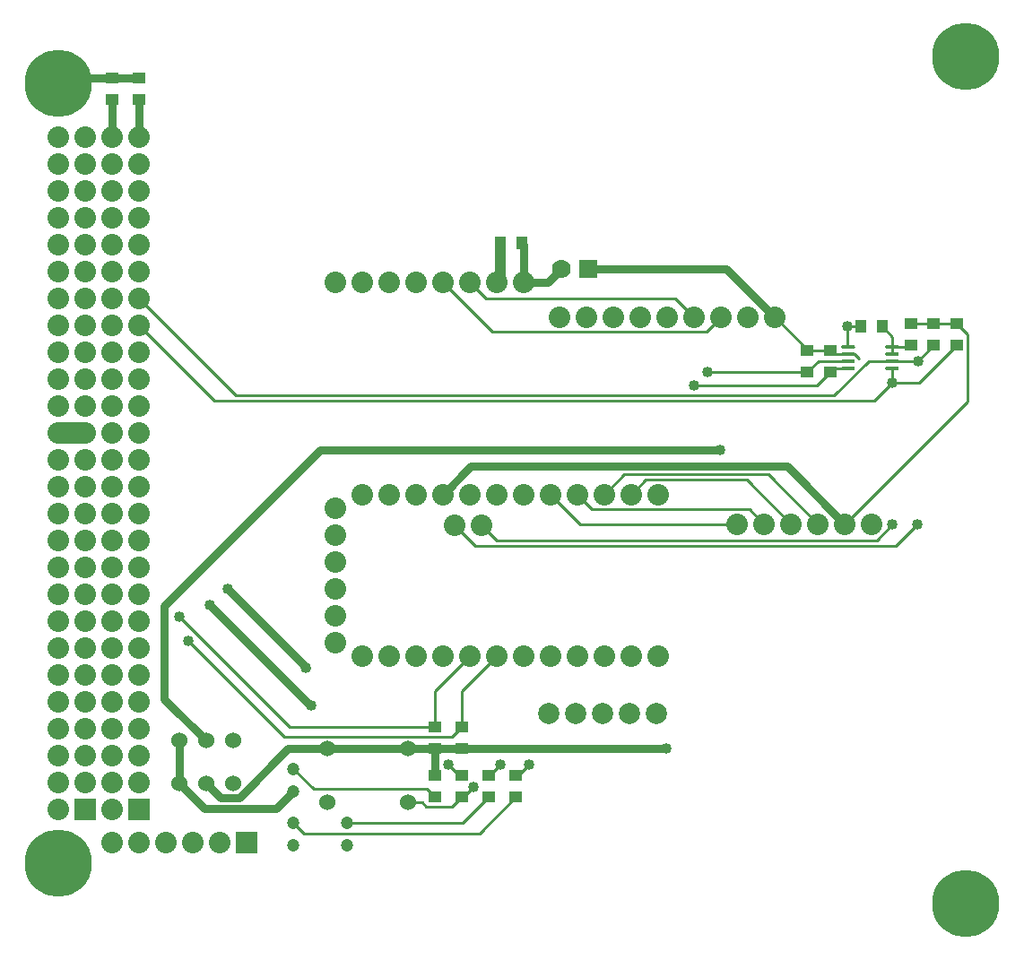
<source format=gtl>
G04 Layer_Physical_Order=1*
G04 Layer_Color=255*
%FSLAX25Y25*%
%MOIN*%
G70*
G01*
G75*
%ADD10R,0.04000X0.05000*%
%ADD11R,0.05000X0.04000*%
%ADD12O,0.05118X0.01575*%
%ADD13C,0.03000*%
%ADD14C,0.01000*%
%ADD15C,0.04000*%
%ADD16C,0.08000*%
%ADD17R,0.07000X0.07000*%
%ADD18C,0.07000*%
%ADD19C,0.08000*%
%ADD20C,0.07874*%
%ADD21C,0.04724*%
%ADD22C,0.06000*%
%ADD23R,0.08000X0.08000*%
%ADD24R,0.08000X0.08000*%
%ADD25C,0.04000*%
%ADD26C,0.25000*%
D10*
X-59000Y234500D02*
D03*
X-51000D02*
D03*
X-193000Y265500D02*
D03*
X-185000D02*
D03*
D11*
X-79000Y225500D02*
D03*
Y217500D02*
D03*
X-70500Y225500D02*
D03*
Y217500D02*
D03*
X-40500Y227500D02*
D03*
Y235500D02*
D03*
X-207500Y59500D02*
D03*
Y67500D02*
D03*
X-197500Y59500D02*
D03*
Y67500D02*
D03*
X-187500Y59500D02*
D03*
Y67500D02*
D03*
X-217500Y59500D02*
D03*
Y67500D02*
D03*
X-207500Y77500D02*
D03*
Y85500D02*
D03*
X-32000Y235500D02*
D03*
Y227500D02*
D03*
X-217500Y77500D02*
D03*
Y85500D02*
D03*
X-337500Y327000D02*
D03*
Y319000D02*
D03*
X-327500Y327000D02*
D03*
Y319000D02*
D03*
X-23500Y235500D02*
D03*
Y227500D02*
D03*
D12*
X-47232Y219161D02*
D03*
Y221721D02*
D03*
Y224279D02*
D03*
Y226839D02*
D03*
X-63768Y219161D02*
D03*
Y221721D02*
D03*
Y224279D02*
D03*
Y226839D02*
D03*
D13*
X-160500Y256000D02*
X-109000D01*
X-175500Y251000D02*
X-170500Y256000D01*
X-184500Y251000D02*
X-175500D01*
X-184500D02*
Y265000D01*
X-260000Y188500D02*
X-111500D01*
X-318000Y130500D02*
X-260000Y188500D01*
X-204000Y182500D02*
X-86500D01*
X-214500Y172000D02*
X-204000Y182500D01*
X-86500D02*
X-65000Y161000D01*
X-276532Y55200D02*
X-270000Y61732D01*
X-303000Y55200D02*
X-276532D01*
X-312500Y64700D02*
X-303000Y55200D01*
X-217500Y67500D02*
Y77500D01*
X-207500D01*
X-227500D02*
X-217500D01*
X-257500D02*
X-227500D01*
X-271922D02*
X-257500D01*
X-290222Y59200D02*
X-271922Y77500D01*
X-297000Y59200D02*
X-290222D01*
X-302500Y64700D02*
X-297000Y59200D01*
X-327500Y305000D02*
Y319000D01*
X-337500Y305000D02*
Y319000D01*
Y327000D02*
X-327500D01*
X-355500D02*
X-337500D01*
X-312500Y64700D02*
Y80500D01*
X-294500Y137000D02*
X-265000Y107500D01*
X-301000Y131000D02*
X-264000Y94000D01*
X-318000Y96000D02*
X-302500Y80500D01*
X-318000Y96000D02*
Y130500D01*
X-109000Y256000D02*
X-91000Y238000D01*
X-207500Y77500D02*
X-131500D01*
D14*
X-147000Y179500D02*
X-93500D01*
X-154500Y172000D02*
X-147000Y179500D01*
X-139000Y177500D02*
X-101500D01*
X-144500Y172000D02*
X-139000Y177500D01*
X-327500Y235000D02*
X-299500Y207000D01*
X-54000D01*
X-47500Y213500D01*
X-327500Y245000D02*
X-291500Y209000D01*
X-68923D01*
X-56202Y221721D01*
X-47232D01*
X-19500Y206500D02*
Y231500D01*
X-121000Y212500D02*
X-75500D01*
X-116000Y217500D02*
X-79000D01*
X-49339Y219161D02*
X-47232D01*
X-65000Y161000D02*
X-19500Y206500D01*
X-75500Y212500D02*
X-70500Y217500D01*
X-47232Y224279D02*
Y226839D01*
X-64000Y227071D02*
Y234500D01*
X-59000D01*
X-214500Y251000D02*
Y253500D01*
X-79000Y217500D02*
X-74779Y221721D01*
X-63768D01*
X-70500Y217500D02*
X-68839Y219161D01*
X-63768D01*
Y226839D02*
X-61661D01*
X-41161D02*
X-40500Y227500D01*
X-47232Y226839D02*
X-41161D01*
X-51000Y234500D02*
X-47232Y230732D01*
Y226839D02*
Y230732D01*
X-63768Y224279D02*
X-61279D01*
X-59709Y222709D01*
X-327500Y245000D02*
X-327000Y245500D01*
X-271500Y85500D02*
X-217500D01*
X-273500Y82000D02*
X-211000D01*
X-207500Y85500D01*
X-93500Y179500D02*
X-75000Y161000D01*
X-101500Y177500D02*
X-85000Y161000D01*
X-100500Y166500D02*
X-95000Y161000D01*
X-159000Y166500D02*
X-100500D01*
X-164500Y172000D02*
X-159000Y166500D01*
X-174500Y172000D02*
X-163500Y161000D01*
X-105000D01*
X-217500Y99000D02*
X-204500Y112000D01*
X-207500Y99000D02*
X-194500Y112000D01*
X-187500Y67500D02*
X-186500D01*
X-182500Y71500D01*
X-197500Y67500D02*
X-197000D01*
X-193000Y71500D01*
X-207500Y85500D02*
Y99000D01*
X-217500Y85500D02*
Y99000D01*
X-327500Y42500D02*
X-326500D01*
X-220500Y62500D02*
X-217500Y59500D01*
X-262500Y62500D02*
X-220500D01*
X-270000Y70000D02*
X-262500Y62500D01*
X-208500Y67500D02*
X-207500D01*
X-212500Y71500D02*
X-208500Y67500D01*
X-227500Y57500D02*
X-222121D01*
X-220621Y56000D01*
X-211000D01*
X-207500Y59500D01*
X-270000Y50000D02*
X-266138Y46138D01*
X-200862D02*
X-187500Y59500D01*
X-266138Y46138D02*
X-200862D01*
X-250000Y50000D02*
X-207000D01*
X-197500Y59500D01*
X-312500Y126500D02*
X-271500Y85500D01*
X-309000Y117500D02*
X-273500Y82000D01*
X-204500Y251000D02*
X-198500Y245000D01*
X-128000D01*
X-121000Y238000D01*
X-214500Y251000D02*
X-196000Y232500D01*
X-116500D01*
X-111000Y238000D01*
X-69279Y224279D02*
X-63768D01*
X-70500Y225500D02*
X-69279Y224279D01*
X-79000Y225500D02*
X-70500D01*
X-91000Y238000D02*
X-78500Y225500D01*
X-194500Y155000D02*
X-53222D01*
X-200000Y160500D02*
X-194500Y155000D01*
X-210000Y160500D02*
X-202500Y153000D01*
X-206757Y59500D02*
X-202899Y63359D01*
X-40500Y235500D02*
X-32000D01*
X-23500D01*
X-37780Y221721D02*
X-32000Y227500D01*
X-47232Y221721D02*
X-37780D01*
X-37500Y213500D02*
X-23500Y227500D01*
X-202500Y153000D02*
X-46000D01*
X-38000Y161000D01*
X-53222Y155000D02*
X-47361Y160861D01*
X-47500Y213500D02*
Y218894D01*
Y213500D02*
X-37500D01*
X-23500Y235500D02*
X-19500Y231500D01*
D15*
X-194500Y251000D02*
X-193000Y252500D01*
Y265500D01*
D16*
X-357500Y195000D02*
X-347500D01*
D17*
X-160500Y256000D02*
D03*
D18*
X-170500Y256000D02*
D03*
D19*
X-121000Y238000D02*
D03*
X-111000D02*
D03*
X-171000D02*
D03*
X-161000D02*
D03*
X-91000D02*
D03*
X-101000D02*
D03*
X-151000D02*
D03*
X-141000D02*
D03*
X-131000D02*
D03*
X-65000Y161000D02*
D03*
X-55000D02*
D03*
X-75000D02*
D03*
X-85000D02*
D03*
X-95000D02*
D03*
X-105000D02*
D03*
X-164500Y172000D02*
D03*
X-154500D02*
D03*
X-174500D02*
D03*
X-134500D02*
D03*
X-144500D02*
D03*
X-194500D02*
D03*
X-184500D02*
D03*
X-204500D02*
D03*
X-200000Y160500D02*
D03*
X-210000D02*
D03*
X-134500Y112000D02*
D03*
X-144500D02*
D03*
X-154500D02*
D03*
X-164500D02*
D03*
X-194500D02*
D03*
X-204500D02*
D03*
X-174500D02*
D03*
X-184500D02*
D03*
X-234500Y172000D02*
D03*
X-214500D02*
D03*
X-224500D02*
D03*
X-244500D02*
D03*
X-254500Y167000D02*
D03*
Y147000D02*
D03*
Y157000D02*
D03*
X-234500Y112000D02*
D03*
X-224500D02*
D03*
X-244500D02*
D03*
X-214500D02*
D03*
X-254500Y137000D02*
D03*
Y117000D02*
D03*
Y127000D02*
D03*
X-194500Y251000D02*
D03*
X-184500D02*
D03*
X-224500D02*
D03*
X-204500D02*
D03*
X-214500D02*
D03*
X-234500D02*
D03*
X-244500D02*
D03*
X-254500D02*
D03*
X-307500Y42500D02*
D03*
X-297500D02*
D03*
X-317500D02*
D03*
X-327500D02*
D03*
X-337500D02*
D03*
Y55000D02*
D03*
X-327500Y65000D02*
D03*
X-337500D02*
D03*
X-327500Y75000D02*
D03*
X-337500D02*
D03*
X-327500Y85000D02*
D03*
X-337500D02*
D03*
X-327500Y95000D02*
D03*
X-337500D02*
D03*
X-327500Y105000D02*
D03*
X-337500D02*
D03*
X-327500Y115000D02*
D03*
X-337500D02*
D03*
X-327500Y125000D02*
D03*
X-337500D02*
D03*
X-327500Y135000D02*
D03*
X-337500D02*
D03*
X-327500Y145000D02*
D03*
X-337500D02*
D03*
X-327500Y155000D02*
D03*
X-337500D02*
D03*
X-327500Y165000D02*
D03*
X-337500D02*
D03*
X-327500Y175000D02*
D03*
X-337500D02*
D03*
X-327500Y185000D02*
D03*
X-337500D02*
D03*
X-327500Y195000D02*
D03*
X-337500D02*
D03*
X-327500Y205000D02*
D03*
X-337500D02*
D03*
X-327500Y215000D02*
D03*
X-337500D02*
D03*
X-327500Y225000D02*
D03*
X-337500D02*
D03*
X-327500Y235000D02*
D03*
X-337500D02*
D03*
X-327500Y245000D02*
D03*
X-337500D02*
D03*
X-327500Y255000D02*
D03*
X-337500D02*
D03*
X-327500Y265000D02*
D03*
X-337500D02*
D03*
X-327500Y275000D02*
D03*
X-337500D02*
D03*
X-327500Y285000D02*
D03*
X-337500D02*
D03*
X-327500Y295000D02*
D03*
X-337500D02*
D03*
Y305000D02*
D03*
X-327500D02*
D03*
X-357500Y55000D02*
D03*
X-347500Y65000D02*
D03*
X-357500D02*
D03*
X-347500Y75000D02*
D03*
X-357500D02*
D03*
X-347500Y85000D02*
D03*
X-357500D02*
D03*
X-347500Y95000D02*
D03*
X-357500D02*
D03*
X-347500Y105000D02*
D03*
X-357500D02*
D03*
X-347500Y115000D02*
D03*
X-357500D02*
D03*
X-347500Y125000D02*
D03*
X-357500D02*
D03*
X-347500Y135000D02*
D03*
X-357500D02*
D03*
X-347500Y145000D02*
D03*
X-357500D02*
D03*
X-347500Y155000D02*
D03*
X-357500D02*
D03*
X-347500Y165000D02*
D03*
X-357500D02*
D03*
X-347500Y175000D02*
D03*
X-357500D02*
D03*
X-347500Y185000D02*
D03*
X-357500D02*
D03*
X-347500Y195000D02*
D03*
X-357500D02*
D03*
X-347500Y205000D02*
D03*
X-357500D02*
D03*
X-347500Y215000D02*
D03*
X-357500D02*
D03*
X-347500Y225000D02*
D03*
X-357500D02*
D03*
X-347500Y235000D02*
D03*
X-357500D02*
D03*
X-347500Y245000D02*
D03*
X-357500D02*
D03*
X-347500Y255000D02*
D03*
X-357500D02*
D03*
X-347500Y265000D02*
D03*
X-357500D02*
D03*
X-347500Y275000D02*
D03*
X-357500D02*
D03*
X-347500Y285000D02*
D03*
X-357500D02*
D03*
X-347500Y295000D02*
D03*
X-357500D02*
D03*
Y305000D02*
D03*
X-347500D02*
D03*
D20*
X-175000Y90500D02*
D03*
X-165000D02*
D03*
X-155000D02*
D03*
X-145000D02*
D03*
X-135000D02*
D03*
D21*
X-270000Y70000D02*
D03*
Y61732D02*
D03*
X-250000Y50000D02*
D03*
Y41732D02*
D03*
X-270000Y50000D02*
D03*
Y41732D02*
D03*
D22*
X-227500Y77500D02*
D03*
Y57500D02*
D03*
X-257500Y77500D02*
D03*
Y57500D02*
D03*
X-292500Y64700D02*
D03*
X-302500D02*
D03*
X-312500D02*
D03*
X-292500Y80500D02*
D03*
X-302500D02*
D03*
X-312500D02*
D03*
D23*
X-287500Y42500D02*
D03*
D24*
X-327500Y55000D02*
D03*
X-347500D02*
D03*
D25*
X-20000Y344500D02*
D03*
Y325500D02*
D03*
X-28000Y340000D02*
D03*
Y330000D02*
D03*
X-12000Y340000D02*
D03*
Y330000D02*
D03*
X-357500Y334500D02*
D03*
Y315500D02*
D03*
X-365500Y330000D02*
D03*
Y320000D02*
D03*
X-349500Y330000D02*
D03*
Y320000D02*
D03*
X-20000Y29500D02*
D03*
Y10500D02*
D03*
X-28000Y25000D02*
D03*
Y15000D02*
D03*
X-12000Y25000D02*
D03*
Y15000D02*
D03*
X-349500Y30000D02*
D03*
Y40000D02*
D03*
X-365500Y30000D02*
D03*
Y40000D02*
D03*
X-357500Y25500D02*
D03*
Y44500D02*
D03*
X-111500Y188500D02*
D03*
X-38000Y161000D02*
D03*
X-47361Y160861D02*
D03*
X-121000Y212500D02*
D03*
X-116000Y217500D02*
D03*
X-64000Y234500D02*
D03*
X-309000Y117500D02*
D03*
X-312500Y126500D02*
D03*
X-212500Y71500D02*
D03*
X-294500Y137000D02*
D03*
X-301000Y131000D02*
D03*
X-265500Y107500D02*
D03*
X-263500Y93700D02*
D03*
X-182500Y71500D02*
D03*
X-193000D02*
D03*
X-202899Y63359D02*
D03*
X-37780Y221721D02*
D03*
X-47500Y213500D02*
D03*
X-131500Y77500D02*
D03*
D26*
X-357500Y35000D02*
D03*
Y325000D02*
D03*
X-20000Y335000D02*
D03*
Y20000D02*
D03*
M02*

</source>
